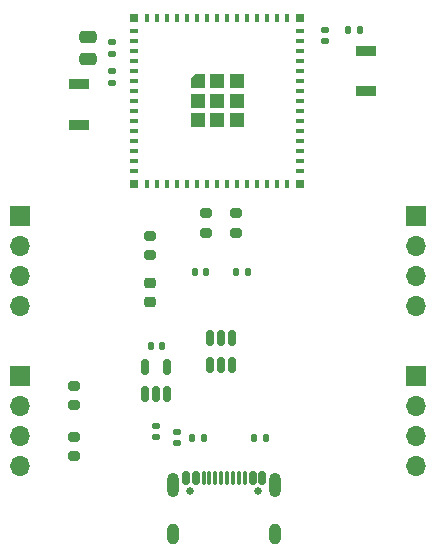
<source format=gbr>
%TF.GenerationSoftware,KiCad,Pcbnew,8.0.6*%
%TF.CreationDate,2024-11-03T15:15:55+02:00*%
%TF.ProjectId,MiniBit,4d696e69-4269-4742-9e6b-696361645f70,1.0*%
%TF.SameCoordinates,Original*%
%TF.FileFunction,Soldermask,Top*%
%TF.FilePolarity,Negative*%
%FSLAX46Y46*%
G04 Gerber Fmt 4.6, Leading zero omitted, Abs format (unit mm)*
G04 Created by KiCad (PCBNEW 8.0.6) date 2024-11-03 15:15:55*
%MOMM*%
%LPD*%
G01*
G04 APERTURE LIST*
G04 Aperture macros list*
%AMRoundRect*
0 Rectangle with rounded corners*
0 $1 Rounding radius*
0 $2 $3 $4 $5 $6 $7 $8 $9 X,Y pos of 4 corners*
0 Add a 4 corners polygon primitive as box body*
4,1,4,$2,$3,$4,$5,$6,$7,$8,$9,$2,$3,0*
0 Add four circle primitives for the rounded corners*
1,1,$1+$1,$2,$3*
1,1,$1+$1,$4,$5*
1,1,$1+$1,$6,$7*
1,1,$1+$1,$8,$9*
0 Add four rect primitives between the rounded corners*
20,1,$1+$1,$2,$3,$4,$5,0*
20,1,$1+$1,$4,$5,$6,$7,0*
20,1,$1+$1,$6,$7,$8,$9,0*
20,1,$1+$1,$8,$9,$2,$3,0*%
%AMOutline5P*
0 Free polygon, 5 corners , with rotation*
0 The origin of the aperture is its center*
0 number of corners: always 5*
0 $1 to $10 corner X, Y*
0 $11 Rotation angle, in degrees counterclockwise*
0 create outline with 5 corners*
4,1,5,$1,$2,$3,$4,$5,$6,$7,$8,$9,$10,$1,$2,$11*%
%AMOutline6P*
0 Free polygon, 6 corners , with rotation*
0 The origin of the aperture is its center*
0 number of corners: always 6*
0 $1 to $12 corner X, Y*
0 $13 Rotation angle, in degrees counterclockwise*
0 create outline with 6 corners*
4,1,6,$1,$2,$3,$4,$5,$6,$7,$8,$9,$10,$11,$12,$1,$2,$13*%
%AMOutline7P*
0 Free polygon, 7 corners , with rotation*
0 The origin of the aperture is its center*
0 number of corners: always 7*
0 $1 to $14 corner X, Y*
0 $15 Rotation angle, in degrees counterclockwise*
0 create outline with 7 corners*
4,1,7,$1,$2,$3,$4,$5,$6,$7,$8,$9,$10,$11,$12,$13,$14,$1,$2,$15*%
%AMOutline8P*
0 Free polygon, 8 corners , with rotation*
0 The origin of the aperture is its center*
0 number of corners: always 8*
0 $1 to $16 corner X, Y*
0 $17 Rotation angle, in degrees counterclockwise*
0 create outline with 8 corners*
4,1,8,$1,$2,$3,$4,$5,$6,$7,$8,$9,$10,$11,$12,$13,$14,$15,$16,$1,$2,$17*%
G04 Aperture macros list end*
%ADD10R,1.700000X0.900000*%
%ADD11RoundRect,0.140000X-0.140000X-0.170000X0.140000X-0.170000X0.140000X0.170000X-0.140000X0.170000X0*%
%ADD12RoundRect,0.150000X-0.150000X0.512500X-0.150000X-0.512500X0.150000X-0.512500X0.150000X0.512500X0*%
%ADD13R,1.700000X1.700000*%
%ADD14O,1.700000X1.700000*%
%ADD15RoundRect,0.147500X0.172500X-0.147500X0.172500X0.147500X-0.172500X0.147500X-0.172500X-0.147500X0*%
%ADD16RoundRect,0.135000X-0.135000X-0.185000X0.135000X-0.185000X0.135000X0.185000X-0.135000X0.185000X0*%
%ADD17RoundRect,0.140000X-0.170000X0.140000X-0.170000X-0.140000X0.170000X-0.140000X0.170000X0.140000X0*%
%ADD18RoundRect,0.250000X0.475000X-0.250000X0.475000X0.250000X-0.475000X0.250000X-0.475000X-0.250000X0*%
%ADD19RoundRect,0.140000X0.170000X-0.140000X0.170000X0.140000X-0.170000X0.140000X-0.170000X-0.140000X0*%
%ADD20RoundRect,0.135000X0.135000X0.185000X-0.135000X0.185000X-0.135000X-0.185000X0.135000X-0.185000X0*%
%ADD21RoundRect,0.200000X0.275000X-0.200000X0.275000X0.200000X-0.275000X0.200000X-0.275000X-0.200000X0*%
%ADD22RoundRect,0.200000X-0.275000X0.200000X-0.275000X-0.200000X0.275000X-0.200000X0.275000X0.200000X0*%
%ADD23RoundRect,0.150000X0.150000X-0.512500X0.150000X0.512500X-0.150000X0.512500X-0.150000X-0.512500X0*%
%ADD24RoundRect,0.140000X0.140000X0.170000X-0.140000X0.170000X-0.140000X-0.170000X0.140000X-0.170000X0*%
%ADD25R,0.800000X0.400000*%
%ADD26R,0.400000X0.800000*%
%ADD27Outline5P,-0.600000X0.204000X-0.204000X0.600000X0.600000X0.600000X0.600000X-0.600000X-0.600000X-0.600000X0.000000*%
%ADD28R,1.200000X1.200000*%
%ADD29R,0.800000X0.800000*%
%ADD30RoundRect,0.218750X-0.256250X0.218750X-0.256250X-0.218750X0.256250X-0.218750X0.256250X0.218750X0*%
%ADD31C,0.650000*%
%ADD32RoundRect,0.150000X-0.150000X-0.425000X0.150000X-0.425000X0.150000X0.425000X-0.150000X0.425000X0*%
%ADD33RoundRect,0.075000X-0.075000X-0.500000X0.075000X-0.500000X0.075000X0.500000X-0.075000X0.500000X0*%
%ADD34O,1.000000X2.100000*%
%ADD35O,1.000000X1.800000*%
G04 APERTURE END LIST*
D10*
%TO.C,SW2*%
X136250000Y-79756250D03*
X136250000Y-76356250D03*
%TD*%
D11*
%TO.C,C8*%
X149520000Y-92256250D03*
X150480000Y-92256250D03*
%TD*%
D12*
%TO.C,U2*%
X149200000Y-97868750D03*
X148250000Y-97868750D03*
X147300000Y-97868750D03*
X147300000Y-100143750D03*
X148250000Y-100143750D03*
X149200000Y-100143750D03*
%TD*%
D10*
%TO.C,SW1*%
X160500000Y-76956250D03*
X160500000Y-73556250D03*
%TD*%
D13*
%TO.C,J1*%
X131250000Y-101006250D03*
D14*
X131250000Y-103546250D03*
X131250000Y-106086250D03*
X131250000Y-108626250D03*
%TD*%
D15*
%TO.C,F1*%
X144500000Y-106756250D03*
X144500000Y-105786250D03*
%TD*%
D11*
%TO.C,C6*%
X142270000Y-98506250D03*
X143230000Y-98506250D03*
%TD*%
D16*
%TO.C,R3*%
X145740000Y-106256250D03*
X146760000Y-106256250D03*
%TD*%
D17*
%TO.C,C4*%
X139000000Y-75256250D03*
X139000000Y-76216250D03*
%TD*%
D13*
%TO.C,J3*%
X164750000Y-101006250D03*
D14*
X164750000Y-103546250D03*
X164750000Y-106086250D03*
X164750000Y-108626250D03*
%TD*%
D17*
%TO.C,C3*%
X157000000Y-71756250D03*
X157000000Y-72716250D03*
%TD*%
D18*
%TO.C,C2*%
X137000000Y-74206250D03*
X137000000Y-72306250D03*
%TD*%
D13*
%TO.C,J4*%
X131250000Y-87506250D03*
D14*
X131250000Y-90046250D03*
X131250000Y-92586250D03*
X131250000Y-95126250D03*
%TD*%
D19*
%TO.C,C5*%
X142750000Y-106236250D03*
X142750000Y-105276250D03*
%TD*%
%TO.C,C1*%
X139000000Y-73756250D03*
X139000000Y-72796250D03*
%TD*%
D20*
%TO.C,R1*%
X160000000Y-71756250D03*
X158980000Y-71756250D03*
%TD*%
D21*
%TO.C,R8*%
X135750000Y-107831250D03*
X135750000Y-106181250D03*
%TD*%
D22*
%TO.C,R5*%
X147000000Y-87256250D03*
X147000000Y-88906250D03*
%TD*%
D23*
%TO.C,U3*%
X141800000Y-102531250D03*
X142750000Y-102531250D03*
X143700000Y-102531250D03*
X143700000Y-100256250D03*
X141800000Y-100256250D03*
%TD*%
D24*
%TO.C,C7*%
X147000000Y-92256250D03*
X146040000Y-92256250D03*
%TD*%
D22*
%TO.C,R7*%
X135750000Y-101856250D03*
X135750000Y-103506250D03*
%TD*%
D25*
%TO.C,U1*%
X140900000Y-71806250D03*
X140900000Y-72656250D03*
X140900000Y-73506250D03*
X140900000Y-74356250D03*
X140900000Y-75206250D03*
X140900000Y-76056250D03*
X140900000Y-76906250D03*
X140900000Y-77756250D03*
X140900000Y-78606250D03*
X140900000Y-79456250D03*
X140900000Y-80306250D03*
X140900000Y-81156250D03*
X140900000Y-82006250D03*
X140900000Y-82856250D03*
X140900000Y-83706250D03*
D26*
X141950000Y-84756250D03*
X142800000Y-84756250D03*
X143650000Y-84756250D03*
X144500000Y-84756250D03*
X145350000Y-84756250D03*
X146200000Y-84756250D03*
X147050000Y-84756250D03*
X147900000Y-84756250D03*
X148750000Y-84756250D03*
X149600000Y-84756250D03*
X150450000Y-84756250D03*
X151300000Y-84756250D03*
X152150000Y-84756250D03*
X153000000Y-84756250D03*
X153850000Y-84756250D03*
D25*
X154900000Y-83706250D03*
X154900000Y-82856250D03*
X154900000Y-82006250D03*
X154900000Y-81156250D03*
X154900000Y-80306250D03*
X154900000Y-79456250D03*
X154900000Y-78606250D03*
X154900000Y-77756250D03*
X154900000Y-76906250D03*
X154900000Y-76056250D03*
X154900000Y-75206250D03*
X154900000Y-74356250D03*
X154900000Y-73506250D03*
X154900000Y-72656250D03*
X154900000Y-71806250D03*
D26*
X153850000Y-70756250D03*
X153000000Y-70756250D03*
X152150000Y-70756250D03*
X151300000Y-70756250D03*
X150450000Y-70756250D03*
X149600000Y-70756250D03*
X148750000Y-70756250D03*
X147900000Y-70756250D03*
X147050000Y-70756250D03*
X146200000Y-70756250D03*
X145350000Y-70756250D03*
X144500000Y-70756250D03*
X143650000Y-70756250D03*
X142800000Y-70756250D03*
X141950000Y-70756250D03*
D27*
X146250000Y-76106250D03*
D28*
X146250000Y-77756250D03*
X146250000Y-79406250D03*
X147900000Y-76106250D03*
X147900000Y-77756250D03*
X147900000Y-79406250D03*
X149550000Y-76106250D03*
X149550000Y-77756250D03*
X149550000Y-79406250D03*
D29*
X140900000Y-70756250D03*
X140900000Y-84756250D03*
X154900000Y-84756250D03*
X154900000Y-70756250D03*
%TD*%
D20*
%TO.C,R4*%
X152010000Y-106256250D03*
X150990000Y-106256250D03*
%TD*%
D30*
%TO.C,D1*%
X142250000Y-93181250D03*
X142250000Y-94756250D03*
%TD*%
D21*
%TO.C,R2*%
X142250000Y-90831250D03*
X142250000Y-89181250D03*
%TD*%
D13*
%TO.C,J2*%
X164750000Y-87506250D03*
D14*
X164750000Y-90046250D03*
X164750000Y-92586250D03*
X164750000Y-95126250D03*
%TD*%
D31*
%TO.C,J5*%
X145610000Y-110751250D03*
X151390000Y-110751250D03*
D32*
X145300000Y-109676250D03*
X146100000Y-109676250D03*
D33*
X147250000Y-109676250D03*
X148250000Y-109676250D03*
X148750000Y-109676250D03*
X149750000Y-109676250D03*
D32*
X150900000Y-109676250D03*
X151700000Y-109676250D03*
X151700000Y-109676250D03*
X150900000Y-109676250D03*
D33*
X150250000Y-109676250D03*
X149250000Y-109676250D03*
X147750000Y-109676250D03*
X146750000Y-109676250D03*
D32*
X146100000Y-109676250D03*
X145300000Y-109676250D03*
D34*
X144180000Y-110251250D03*
D35*
X144180000Y-114431250D03*
D34*
X152820000Y-110251250D03*
D35*
X152820000Y-114431250D03*
%TD*%
D22*
%TO.C,R6*%
X149500000Y-87256250D03*
X149500000Y-88906250D03*
%TD*%
M02*

</source>
